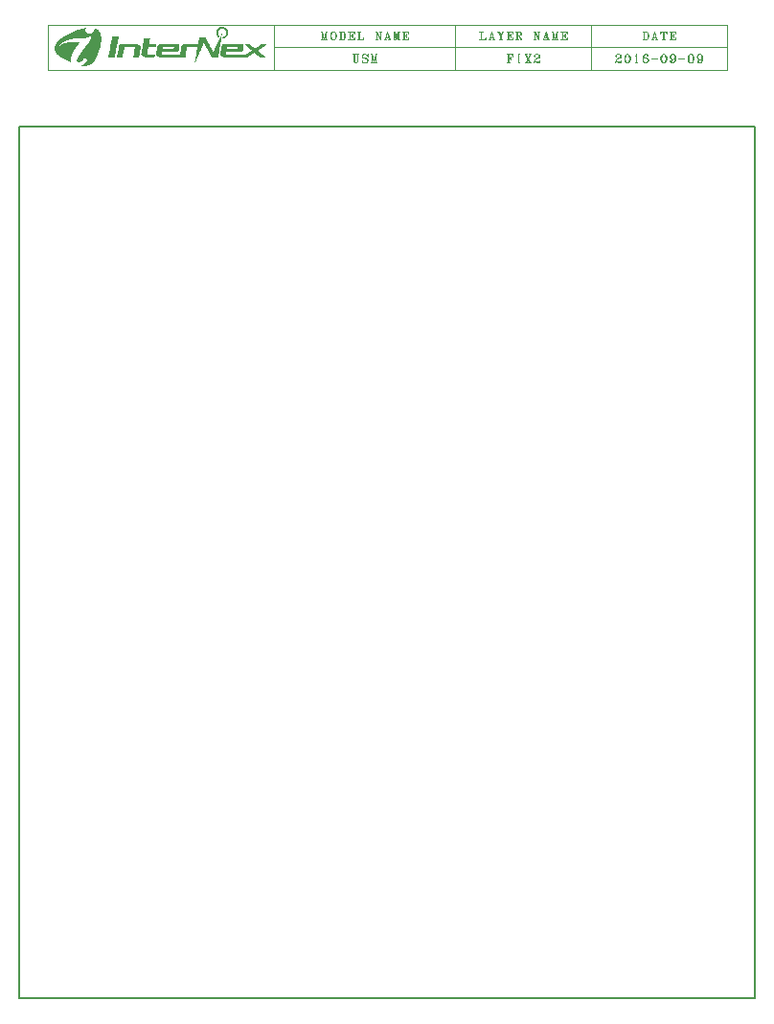
<source format=gbr>
%MOMM*%
%FSLAX33Y33*%
%ADD10C,0.200000*%
%ADD129C,0.080000*%
G90*G71*G01*D02*G54D10*X000000Y000000D02*X065000Y000000D01*X065000Y077000D01*
X000000Y077000D01*X000000Y000000D01*D02*G54D129*X022500Y086000D02*
X002500Y086000D01*X002500Y082000D01*X022500Y082000D01*X022500Y084000D02*
X062500Y084000D01*X038500Y086000D02*X038500Y082000D01*X022500Y086000D02*
X062500Y086000D01*X062500Y082000D02*X022500Y082000D01*X022500Y086000D02*
X022500Y082000D01*X062500Y086000D02*X062500Y082000D01*X050500Y086000D02*
X050500Y082000D01*X052676Y083255D02*X052676Y083218D01*X052713Y083218D01*
X052713Y083255D01*X052676Y083255D01*X052676Y083291D02*X052713Y083291D01*
X052749Y083255D01*X052749Y083218D01*X052713Y083182D01*X052676Y083182D01*
X052640Y083218D01*X052640Y083255D01*X052676Y083327D01*X052713Y083364D01*
X052822Y083388D01*X052973Y083388D01*X053082Y083364D01*X053118Y083327D01*
X053160Y083255D01*X053160Y083182D01*X053118Y083121D01*X053009Y083048D01*
X052822Y082976D01*X052749Y082939D01*X052676Y082867D01*X052640Y082770D01*
X052640Y082661D01*X053082Y083327D02*X053118Y083255D01*X053118Y083182D01*
X053082Y083121D01*X052973Y083388D02*X053046Y083364D01*X053082Y083255D01*
X053082Y083182D01*X053046Y083121D01*X052973Y083048D01*X052822Y082976D01*
X052640Y082733D02*X052676Y082770D01*X052749Y082770D01*X052931Y082733D01*
X053082Y082733D01*X053160Y082770D01*X052749Y082770D02*X052931Y082697D01*
X053082Y082697D01*X053118Y082733D01*X052749Y082770D02*X052931Y082661D01*
X053082Y082661D01*X053118Y082697D01*X053160Y082770D01*X053160Y082830D01*
X053658Y083388D02*X053549Y083364D01*X053476Y083255D01*X053440Y083085D01*
X053440Y082976D01*X053476Y082806D01*X053549Y082697D01*X053658Y082661D01*
X053736Y082661D01*X053846Y082697D01*X053918Y082806D01*X053960Y082976D01*
X053960Y083085D01*X053918Y083255D01*X053846Y083364D01*X053736Y083388D01*
X053658Y083388D01*X053549Y083327D02*X053513Y083255D01*X053476Y083121D01*
X053476Y082939D01*X053513Y082806D01*X053549Y082733D01*X053846Y082733D02*
X053882Y082806D01*X053918Y082939D01*X053918Y083121D01*X053882Y083255D01*
X053846Y083327D01*X053658Y083388D02*X053586Y083364D01*X053549Y083291D01*
X053513Y083121D01*X053513Y082939D01*X053549Y082770D01*X053586Y082697D01*
X053658Y082661D01*X053736Y082661D02*X053809Y082697D01*X053846Y082770D01*
X053882Y082939D01*X053882Y083121D01*X053846Y083291D01*X053809Y083364D01*
X053736Y083388D01*X054474Y083327D02*X054474Y082661D01*X054495Y083327D02*
X054495Y082697D01*X054510Y083388D02*X054510Y082661D01*X054510Y083388D02*
X054458Y083291D01*X054427Y083255D01*X054412Y082661D02*X054578Y082661D01*
X054474Y082697D02*X054443Y082661D01*X054474Y082733D02*X054458Y082661D01*
X054510Y082733D02*X054526Y082661D01*X054510Y082697D02*X054542Y082661D01*
X055446Y083291D02*X055446Y083255D01*X055482Y083255D01*X055482Y083291D01*
X055446Y083291D01*X055482Y083327D02*X055446Y083327D01*X055409Y083291D01*
X055409Y083255D01*X055446Y083218D01*X055482Y083218D01*X055518Y083255D01*
X055518Y083291D01*X055482Y083364D01*X055409Y083388D01*X055300Y083388D01*
X055186Y083364D01*X055113Y083291D01*X055076Y083218D01*X055040Y083085D01*
X055040Y082867D01*X055076Y082770D01*X055149Y082697D01*X055258Y082661D01*
X055336Y082661D01*X055446Y082697D01*X055518Y082770D01*X055560Y082867D01*
X055560Y082903D01*X055518Y083012D01*X055446Y083085D01*X055336Y083121D01*
X055258Y083121D01*X055186Y083085D01*X055149Y083048D01*X055113Y082976D01*
X055149Y083291D02*X055113Y083218D01*X055076Y083085D01*X055076Y082867D01*
X055113Y082770D01*X055149Y082733D01*X055482Y082770D02*X055518Y082830D01*
X055518Y082939D01*X055482Y083012D01*X055300Y083388D02*X055222Y083364D01*
X055186Y083327D01*X055149Y083255D01*X055113Y083121D01*X055113Y082867D01*
X055149Y082770D01*X055186Y082697D01*X055258Y082661D01*X055336Y082661D02*
X055409Y082697D01*X055446Y082733D01*X055482Y082830D01*X055482Y082939D01*
X055446Y083048D01*X055409Y083085D01*X055336Y083121D01*X055840Y083012D02*
X056360Y083012D01*X056360Y082976D01*X055840Y083012D02*X055840Y082976D01*
X056360Y082976D01*X056858Y083388D02*X056749Y083364D01*X056676Y083255D01*
X056640Y083085D01*X056640Y082976D01*X056676Y082806D01*X056749Y082697D01*
X056858Y082661D01*X056936Y082661D01*X057046Y082697D01*X057118Y082806D01*
X057160Y082976D01*X057160Y083085D01*X057118Y083255D01*X057046Y083364D01*
X056936Y083388D01*X056858Y083388D01*X056749Y083327D02*X056713Y083255D01*
X056676Y083121D01*X056676Y082939D01*X056713Y082806D01*X056749Y082733D01*
X057046Y082733D02*X057082Y082806D01*X057118Y082939D01*X057118Y083121D01*
X057082Y083255D01*X057046Y083327D01*X056858Y083388D02*X056786Y083364D01*
X056749Y083291D01*X056713Y083121D01*X056713Y082939D01*X056749Y082770D01*
X056786Y082697D01*X056858Y082661D01*X056936Y082661D02*X057009Y082697D01*
X057046Y082770D01*X057082Y082939D01*X057082Y083121D01*X057046Y083291D01*
X057009Y083364D01*X056936Y083388D01*X057513Y082806D02*X057513Y082770D01*
X057549Y082770D01*X057549Y082806D01*X057513Y082806D01*X057882Y083085D02*
X057846Y083012D01*X057809Y082976D01*X057736Y082939D01*X057658Y082939D01*
X057549Y082976D01*X057476Y083048D01*X057440Y083145D01*X057440Y083182D01*
X057476Y083291D01*X057549Y083364D01*X057658Y083388D01*X057736Y083388D01*
X057846Y083364D01*X057918Y083291D01*X057960Y083182D01*X057960Y082976D01*
X057918Y082830D01*X057882Y082770D01*X057809Y082697D01*X057695Y082661D01*
X057586Y082661D01*X057513Y082697D01*X057476Y082770D01*X057476Y082806D01*
X057513Y082830D01*X057549Y082830D01*X057586Y082806D01*X057586Y082770D01*
X057549Y082733D01*X057513Y082733D01*X057513Y083048D02*X057476Y083121D01*
X057476Y083218D01*X057513Y083291D01*X057846Y083327D02*X057882Y083291D01*
X057918Y083182D01*X057918Y082976D01*X057882Y082830D01*X057846Y082770D01*
X057658Y082939D02*X057586Y082976D01*X057549Y083012D01*X057513Y083121D01*
X057513Y083218D01*X057549Y083327D01*X057586Y083364D01*X057658Y083388D01*
X057736Y083388D02*X057809Y083364D01*X057846Y083291D01*X057882Y083182D01*
X057882Y082939D01*X057846Y082806D01*X057809Y082733D01*X057773Y082697D01*
X057695Y082661D01*X058240Y083012D02*X058760Y083012D01*X058760Y082976D01*
X058240Y083012D02*X058240Y082976D01*X058760Y082976D01*X059258Y083388D02*
X059149Y083364D01*X059076Y083255D01*X059040Y083085D01*X059040Y082976D01*
X059076Y082806D01*X059149Y082697D01*X059258Y082661D01*X059336Y082661D01*
X059446Y082697D01*X059518Y082806D01*X059560Y082976D01*X059560Y083085D01*
X059518Y083255D01*X059446Y083364D01*X059336Y083388D01*X059258Y083388D01*
X059149Y083327D02*X059113Y083255D01*X059076Y083121D01*X059076Y082939D01*
X059113Y082806D01*X059149Y082733D01*X059446Y082733D02*X059482Y082806D01*
X059518Y082939D01*X059518Y083121D01*X059482Y083255D01*X059446Y083327D01*
X059258Y083388D02*X059186Y083364D01*X059149Y083291D01*X059113Y083121D01*
X059113Y082939D01*X059149Y082770D01*X059186Y082697D01*X059258Y082661D01*
X059336Y082661D02*X059409Y082697D01*X059446Y082770D01*X059482Y082939D01*
X059482Y083121D01*X059446Y083291D01*X059409Y083364D01*X059336Y083388D01*
X059913Y082806D02*X059913Y082770D01*X059949Y082770D01*X059949Y082806D01*
X059913Y082806D01*X060282Y083085D02*X060246Y083012D01*X060209Y082976D01*
X060136Y082939D01*X060058Y082939D01*X059949Y082976D01*X059876Y083048D01*
X059840Y083145D01*X059840Y083182D01*X059876Y083291D01*X059949Y083364D01*
X060058Y083388D01*X060136Y083388D01*X060246Y083364D01*X060318Y083291D01*
X060360Y083182D01*X060360Y082976D01*X060318Y082830D01*X060282Y082770D01*
X060209Y082697D01*X060095Y082661D01*X059986Y082661D01*X059913Y082697D01*
X059876Y082770D01*X059876Y082806D01*X059913Y082830D01*X059949Y082830D01*
X059986Y082806D01*X059986Y082770D01*X059949Y082733D01*X059913Y082733D01*
X059913Y083048D02*X059876Y083121D01*X059876Y083218D01*X059913Y083291D01*
X060246Y083327D02*X060282Y083291D01*X060318Y083182D01*X060318Y082976D01*
X060282Y082830D01*X060246Y082770D01*X060058Y082939D02*X059986Y082976D01*
X059949Y083012D01*X059913Y083121D01*X059913Y083218D01*X059949Y083327D01*
X059986Y083364D01*X060058Y083388D01*X060136Y083388D02*X060209Y083364D01*
X060246Y083291D01*X060282Y083182D01*X060282Y082939D01*X060246Y082806D01*
X060209Y082733D01*X060173Y082697D01*X060095Y082661D01*X055128Y085388D02*
X055128Y084661D01*X055160Y085364D02*X055160Y084697D01*X055191Y085388D02*
X055191Y084661D01*X055040Y085388D02*X055342Y085388D01*X055435Y085364D01*
X055498Y085291D01*X055529Y085218D01*X055560Y085121D01*X055560Y084939D01*
X055529Y084830D01*X055498Y084770D01*X055435Y084697D01*X055342Y084661D01*
X055040Y084661D01*X055466Y085291D02*X055498Y085218D01*X055529Y085121D01*
X055529Y084939D01*X055498Y084830D01*X055466Y084770D01*X055342Y085388D02*
X055404Y085364D01*X055466Y085255D01*X055498Y085121D01*X055498Y084939D01*
X055466Y084806D01*X055404Y084697D01*X055342Y084661D01*X055066Y085388D02*
X055128Y085364D01*X055097Y085388D02*X055128Y085327D01*X055222Y085388D02*
X055191Y085327D01*X055253Y085388D02*X055191Y085364D01*X055128Y084697D02*
X055066Y084661D01*X055128Y084733D02*X055097Y084661D01*X055191Y084733D02*
X055222Y084661D01*X055191Y084697D02*X055253Y084661D01*X056100Y085388D02*
X055897Y084697D01*X056069Y085291D02*X056240Y084661D01*X056100Y085291D02*
X056272Y084661D01*X056100Y085388D02*X056298Y084661D01*X055954Y084867D02*
X056214Y084867D01*X055840Y084661D02*X056012Y084661D01*X056157Y084661D02*
X056360Y084661D01*X055897Y084697D02*X055866Y084661D01*X055897Y084697D02*
X055954Y084661D01*X056240Y084697D02*X056183Y084661D01*X056240Y084733D02*
X056214Y084661D01*X056272Y084733D02*X056329Y084661D01*X056640Y085388D02*
X056640Y085182D01*X056864Y085388D02*X056864Y084661D01*X056900Y085364D02*
X056900Y084697D01*X056931Y085388D02*X056931Y084661D01*X057160Y085388D02*
X057160Y085182D01*X056640Y085388D02*X057160Y085388D01*X056770Y084661D02*
X057025Y084661D01*X056671Y085388D02*X056640Y085182D01*X056702Y085388D02*
X056640Y085291D01*X056734Y085388D02*X056640Y085327D01*X056801Y085388D02*
X056640Y085364D01*X056994Y085388D02*X057160Y085364D01*X057061Y085388D02*
X057160Y085327D01*X057092Y085388D02*X057160Y085291D01*X057124Y085388D02*
X057160Y085182D01*X056864Y084697D02*X056801Y084661D01*X056864Y084733D02*
X056832Y084661D01*X056931Y084733D02*X056962Y084661D01*X056931Y084697D02*
X056994Y084661D01*X057534Y085388D02*X057534Y084661D01*X057565Y085364D02*
X057565Y084697D01*X057601Y085388D02*X057601Y084661D01*X057440Y085388D02*
X057960Y085388D01*X057960Y085182D01*X057601Y085048D02*X057794Y085048D01*
X057794Y085182D02*X057794Y084903D01*X057440Y084661D02*X057960Y084661D01*
X057960Y084867D01*X057471Y085388D02*X057534Y085364D01*X057502Y085388D02*
X057534Y085327D01*X057632Y085388D02*X057601Y085327D01*X057664Y085388D02*
X057601Y085364D01*X057794Y085388D02*X057960Y085364D01*X057861Y085388D02*
X057960Y085327D01*X057892Y085388D02*X057960Y085291D01*X057924Y085388D02*
X057960Y085182D01*X057794Y085182D02*X057762Y085048D01*X057794Y084903D01*
X057794Y085121D02*X057731Y085048D01*X057794Y084976D01*X057794Y085085D02*
X057664Y085048D01*X057794Y085012D01*X057534Y084697D02*X057471Y084661D01*
X057534Y084733D02*X057502Y084661D01*X057601Y084733D02*X057632Y084661D01*
X057601Y084697D02*X057664Y084661D01*X057794Y084661D02*X057960Y084697D01*
X057861Y084661D02*X057960Y084733D01*X057892Y084661D02*X057960Y084770D01*
X057924Y084661D02*X057960Y084867D01*X040744Y085388D02*X040744Y084661D01*
X040775Y085364D02*X040775Y084697D01*X040812Y085388D02*X040812Y084661D01*
X040640Y085388D02*X040916Y085388D01*X040640Y084661D02*X041160Y084661D01*
X041160Y084867D01*X040671Y085388D02*X040744Y085364D01*X040708Y085388D02*
X040744Y085327D01*X040848Y085388D02*X040812Y085327D01*X040879Y085388D02*
X040812Y085364D01*X040744Y084697D02*X040671Y084661D01*X040744Y084733D02*
X040708Y084661D01*X040812Y084733D02*X040848Y084661D01*X040812Y084697D02*
X040879Y084661D01*X040983Y084661D02*X041160Y084697D01*X041051Y084661D02*
X041160Y084733D01*X041087Y084661D02*X041160Y084770D01*X041124Y084661D02*
X041160Y084867D01*X041700Y085388D02*X041497Y084697D01*X041669Y085291D02*
X041840Y084661D01*X041700Y085291D02*X041872Y084661D01*X041700Y085388D02*
X041898Y084661D01*X041554Y084867D02*X041814Y084867D01*X041440Y084661D02*
X041612Y084661D01*X041757Y084661D02*X041960Y084661D01*X041497Y084697D02*
X041466Y084661D01*X041497Y084697D02*X041554Y084661D01*X041840Y084697D02*
X041783Y084661D01*X041840Y084733D02*X041814Y084661D01*X041872Y084733D02*
X041929Y084661D01*X042292Y085388D02*X042469Y085012D01*X042469Y084661D01*
X042318Y085388D02*X042495Y085012D01*X042495Y084697D01*X042339Y085388D02*
X042526Y085012D01*X042526Y084661D01*X042677Y085364D02*X042526Y085012D01*
X042240Y085388D02*X042422Y085388D01*X042599Y085388D02*X042760Y085388D01*
X042396Y084661D02*X042599Y084661D01*X042266Y085388D02*X042318Y085364D01*
X042396Y085388D02*X042339Y085364D01*X042630Y085388D02*X042677Y085364D01*
X042729Y085388D02*X042677Y085364D01*X042469Y084697D02*X042422Y084661D01*
X042469Y084733D02*X042443Y084661D01*X042526Y084733D02*X042547Y084661D01*
X042526Y084697D02*X042573Y084661D01*X043134Y085388D02*X043134Y084661D01*
X043165Y085364D02*X043165Y084697D01*X043201Y085388D02*X043201Y084661D01*
X043040Y085388D02*X043560Y085388D01*X043560Y085182D01*X043201Y085048D02*
X043394Y085048D01*X043394Y085182D02*X043394Y084903D01*X043040Y084661D02*
X043560Y084661D01*X043560Y084867D01*X043071Y085388D02*X043134Y085364D01*
X043102Y085388D02*X043134Y085327D01*X043232Y085388D02*X043201Y085327D01*
X043264Y085388D02*X043201Y085364D01*X043394Y085388D02*X043560Y085364D01*
X043461Y085388D02*X043560Y085327D01*X043492Y085388D02*X043560Y085291D01*
X043524Y085388D02*X043560Y085182D01*X043394Y085182D02*X043362Y085048D01*
X043394Y084903D01*X043394Y085121D02*X043331Y085048D01*X043394Y084976D01*
X043394Y085085D02*X043264Y085048D01*X043394Y085012D01*X043134Y084697D02*
X043071Y084661D01*X043134Y084733D02*X043102Y084661D01*X043201Y084733D02*
X043232Y084661D01*X043201Y084697D02*X043264Y084661D01*X043394Y084661D02*
X043560Y084697D01*X043461Y084661D02*X043560Y084733D01*X043492Y084661D02*
X043560Y084770D01*X043524Y084661D02*X043560Y084867D01*X043923Y085388D02*
X043923Y084661D01*X043954Y085364D02*X043954Y084697D01*X043980Y085388D02*
X043980Y084661D01*X043840Y085388D02*X044183Y085388D01*X044272Y085364D01*
X044298Y085327D01*X044329Y085255D01*X044329Y085182D01*X044298Y085121D01*
X044272Y085085D01*X044183Y085048D01*X043980Y085048D01*X044272Y085327D02*
X044298Y085255D01*X044298Y085182D01*X044272Y085121D01*X044183Y085388D02*
X044240Y085364D01*X044272Y085291D01*X044272Y085145D01*X044240Y085085D01*
X044183Y085048D01*X044095Y085048D02*X044157Y085012D01*X044183Y084939D01*
X044240Y084733D01*X044272Y084661D01*X044329Y084661D01*X044360Y084733D01*
X044360Y084806D01*X044240Y084806D02*X044272Y084733D01*X044298Y084697D01*
X044329Y084697D01*X044157Y085012D02*X044183Y084976D01*X044272Y084770D01*
X044298Y084733D01*X044329Y084733D01*X044360Y084770D01*X043840Y084661D02*
X044069Y084661D01*X043866Y085388D02*X043923Y085364D01*X043897Y085388D02*
X043923Y085327D01*X044012Y085388D02*X043980Y085327D01*X044038Y085388D02*
X043980Y085364D01*X043923Y084697D02*X043866Y084661D01*X043923Y084733D02*
X043897Y084661D01*X043980Y084733D02*X044012Y084661D01*X043980Y084697D02*
X044038Y084661D01*X045513Y085388D02*X045513Y084697D01*X045513Y085388D02*
X045877Y084661D01*X045544Y085388D02*X045851Y084770D01*X045565Y085388D02*
X045877Y084770D01*X045877Y085364D02*X045877Y084661D01*X045440Y085388D02*
X045565Y085388D01*X045804Y085388D02*X045960Y085388D01*X045440Y084661D02*
X045591Y084661D01*X045461Y085388D02*X045513Y085364D01*X045830Y085388D02*
X045877Y085364D01*X045934Y085388D02*X045877Y085364D01*X045513Y084697D02*
X045461Y084661D01*X045513Y084697D02*X045565Y084661D01*X046500Y085388D02*
X046297Y084697D01*X046469Y085291D02*X046640Y084661D01*X046500Y085291D02*
X046672Y084661D01*X046500Y085388D02*X046698Y084661D01*X046354Y084867D02*
X046614Y084867D01*X046240Y084661D02*X046412Y084661D01*X046557Y084661D02*
X046760Y084661D01*X046297Y084697D02*X046266Y084661D01*X046297Y084697D02*
X046354Y084661D01*X046640Y084697D02*X046583Y084661D01*X046640Y084733D02*
X046614Y084661D01*X046672Y084733D02*X046729Y084661D01*X047108Y085388D02*
X047108Y084697D01*X047108Y085388D02*X047274Y084661D01*X047134Y085388D02*
X047274Y084770D01*X047154Y085388D02*X047295Y084770D01*X047440Y085388D02*
X047274Y084661D01*X047440Y085388D02*X047440Y084661D01*X047461Y085364D02*
X047461Y084697D01*X047487Y085388D02*X047487Y084661D01*X047040Y085388D02*
X047154Y085388D01*X047440Y085388D02*X047560Y085388D01*X047040Y084661D02*
X047180Y084661D01*X047368Y084661D02*X047560Y084661D01*X047061Y085388D02*
X047108Y085364D01*X047508Y085388D02*X047487Y085327D01*X047534Y085388D02*
X047487Y085364D01*X047108Y084697D02*X047061Y084661D01*X047108Y084697D02*
X047154Y084661D01*X047440Y084697D02*X047394Y084661D01*X047440Y084733D02*
X047414Y084661D01*X047487Y084733D02*X047508Y084661D01*X047487Y084697D02*
X047534Y084661D01*X047934Y085388D02*X047934Y084661D01*X047965Y085364D02*
X047965Y084697D01*X048001Y085388D02*X048001Y084661D01*X047840Y085388D02*
X048360Y085388D01*X048360Y085182D01*X048001Y085048D02*X048194Y085048D01*
X048194Y085182D02*X048194Y084903D01*X047840Y084661D02*X048360Y084661D01*
X048360Y084867D01*X047871Y085388D02*X047934Y085364D01*X047902Y085388D02*
X047934Y085327D01*X048032Y085388D02*X048001Y085327D01*X048064Y085388D02*
X048001Y085364D01*X048194Y085388D02*X048360Y085364D01*X048261Y085388D02*
X048360Y085327D01*X048292Y085388D02*X048360Y085291D01*X048324Y085388D02*
X048360Y085182D01*X048194Y085182D02*X048162Y085048D01*X048194Y084903D01*
X048194Y085121D02*X048131Y085048D01*X048194Y084976D01*X048194Y085085D02*
X048064Y085048D01*X048194Y085012D01*X047934Y084697D02*X047871Y084661D01*
X047934Y084733D02*X047902Y084661D01*X048001Y084733D02*X048032Y084661D01*
X048001Y084697D02*X048064Y084661D01*X048194Y084661D02*X048360Y084697D01*
X048261Y084661D02*X048360Y084733D01*X048292Y084661D02*X048360Y084770D01*
X048324Y084661D02*X048360Y084867D01*X026708Y085388D02*X026708Y084697D01*
X026708Y085388D02*X026874Y084661D01*X026734Y085388D02*X026874Y084770D01*
X026754Y085388D02*X026895Y084770D01*X027040Y085388D02*X026874Y084661D01*
X027040Y085388D02*X027040Y084661D01*X027061Y085364D02*X027061Y084697D01*
X027087Y085388D02*X027087Y084661D01*X026640Y085388D02*X026754Y085388D01*
X027040Y085388D02*X027160Y085388D01*X026640Y084661D02*X026780Y084661D01*
X026968Y084661D02*X027160Y084661D01*X026661Y085388D02*X026708Y085364D01*
X027108Y085388D02*X027087Y085327D01*X027134Y085388D02*X027087Y085364D01*
X026708Y084697D02*X026661Y084661D01*X026708Y084697D02*X026754Y084661D01*
X027040Y084697D02*X026994Y084661D01*X027040Y084733D02*X027014Y084661D01*
X027087Y084733D02*X027108Y084661D01*X027087Y084697D02*X027134Y084661D01*
X027664Y085388D02*X027570Y085364D01*X027502Y085291D01*X027471Y085218D01*
X027440Y085085D01*X027440Y084976D01*X027471Y084830D01*X027502Y084770D01*
X027570Y084697D01*X027664Y084661D01*X027731Y084661D01*X027830Y084697D01*
X027892Y084770D01*X027924Y084830D01*X027960Y084976D01*X027960Y085085D01*
X027924Y085218D01*X027892Y085291D01*X027830Y085364D01*X027731Y085388D01*
X027664Y085388D01*X027534Y085291D02*X027502Y085218D01*X027471Y085121D01*
X027471Y084939D01*X027502Y084830D01*X027534Y084770D01*X027861Y084770D02*
X027892Y084830D01*X027924Y084939D01*X027924Y085121D01*X027892Y085218D01*
X027861Y085291D01*X027664Y085388D02*X027601Y085364D01*X027534Y085255D01*
X027502Y085121D01*X027502Y084939D01*X027534Y084806D01*X027601Y084697D01*
X027664Y084661D01*X027731Y084661D02*X027794Y084697D01*X027861Y084806D01*
X027892Y084939D01*X027892Y085121D01*X027861Y085255D01*X027794Y085364D01*
X027731Y085388D01*X028328Y085388D02*X028328Y084661D01*X028360Y085364D02*
X028360Y084697D01*X028391Y085388D02*X028391Y084661D01*X028240Y085388D02*
X028542Y085388D01*X028635Y085364D01*X028698Y085291D01*X028729Y085218D01*
X028760Y085121D01*X028760Y084939D01*X028729Y084830D01*X028698Y084770D01*
X028635Y084697D01*X028542Y084661D01*X028240Y084661D01*X028666Y085291D02*
X028698Y085218D01*X028729Y085121D01*X028729Y084939D01*X028698Y084830D01*
X028666Y084770D01*X028542Y085388D02*X028604Y085364D01*X028666Y085255D01*
X028698Y085121D01*X028698Y084939D01*X028666Y084806D01*X028604Y084697D01*
X028542Y084661D01*X028266Y085388D02*X028328Y085364D01*X028297Y085388D02*
X028328Y085327D01*X028422Y085388D02*X028391Y085327D01*X028453Y085388D02*
X028391Y085364D01*X028328Y084697D02*X028266Y084661D01*X028328Y084733D02*
X028297Y084661D01*X028391Y084733D02*X028422Y084661D01*X028391Y084697D02*
X028453Y084661D01*X029134Y085388D02*X029134Y084661D01*X029165Y085364D02*
X029165Y084697D01*X029201Y085388D02*X029201Y084661D01*X029040Y085388D02*
X029560Y085388D01*X029560Y085182D01*X029201Y085048D02*X029394Y085048D01*
X029394Y085182D02*X029394Y084903D01*X029040Y084661D02*X029560Y084661D01*
X029560Y084867D01*X029071Y085388D02*X029134Y085364D01*X029102Y085388D02*
X029134Y085327D01*X029232Y085388D02*X029201Y085327D01*X029264Y085388D02*
X029201Y085364D01*X029394Y085388D02*X029560Y085364D01*X029461Y085388D02*
X029560Y085327D01*X029492Y085388D02*X029560Y085291D01*X029524Y085388D02*
X029560Y085182D01*X029394Y085182D02*X029362Y085048D01*X029394Y084903D01*
X029394Y085121D02*X029331Y085048D01*X029394Y084976D01*X029394Y085085D02*
X029264Y085048D01*X029394Y085012D01*X029134Y084697D02*X029071Y084661D01*
X029134Y084733D02*X029102Y084661D01*X029201Y084733D02*X029232Y084661D01*
X029201Y084697D02*X029264Y084661D01*X029394Y084661D02*X029560Y084697D01*
X029461Y084661D02*X029560Y084733D01*X029492Y084661D02*X029560Y084770D01*
X029524Y084661D02*X029560Y084867D01*X029944Y085388D02*X029944Y084661D01*
X029975Y085364D02*X029975Y084697D01*X030012Y085388D02*X030012Y084661D01*
X029840Y085388D02*X030116Y085388D01*X029840Y084661D02*X030360Y084661D01*
X030360Y084867D01*X029871Y085388D02*X029944Y085364D01*X029908Y085388D02*
X029944Y085327D01*X030048Y085388D02*X030012Y085327D01*X030079Y085388D02*
X030012Y085364D01*X029944Y084697D02*X029871Y084661D01*X029944Y084733D02*
X029908Y084661D01*X030012Y084733D02*X030048Y084661D01*X030012Y084697D02*
X030079Y084661D01*X030183Y084661D02*X030360Y084697D01*X030251Y084661D02*
X030360Y084733D01*X030287Y084661D02*X030360Y084770D01*X030324Y084661D02*
X030360Y084867D01*X031513Y085388D02*X031513Y084697D01*X031513Y085388D02*
X031877Y084661D01*X031544Y085388D02*X031851Y084770D01*X031565Y085388D02*
X031877Y084770D01*X031877Y085364D02*X031877Y084661D01*X031440Y085388D02*
X031565Y085388D01*X031804Y085388D02*X031960Y085388D01*X031440Y084661D02*
X031591Y084661D01*X031461Y085388D02*X031513Y085364D01*X031830Y085388D02*
X031877Y085364D01*X031934Y085388D02*X031877Y085364D01*X031513Y084697D02*
X031461Y084661D01*X031513Y084697D02*X031565Y084661D01*X032500Y085388D02*
X032297Y084697D01*X032469Y085291D02*X032640Y084661D01*X032500Y085291D02*
X032672Y084661D01*X032500Y085388D02*X032698Y084661D01*X032354Y084867D02*
X032614Y084867D01*X032240Y084661D02*X032412Y084661D01*X032557Y084661D02*
X032760Y084661D01*X032297Y084697D02*X032266Y084661D01*X032297Y084697D02*
X032354Y084661D01*X032640Y084697D02*X032583Y084661D01*X032640Y084733D02*
X032614Y084661D01*X032672Y084733D02*X032729Y084661D01*X033108Y085388D02*
X033108Y084697D01*X033108Y085388D02*X033274Y084661D01*X033134Y085388D02*
X033274Y084770D01*X033154Y085388D02*X033295Y084770D01*X033440Y085388D02*
X033274Y084661D01*X033440Y085388D02*X033440Y084661D01*X033461Y085364D02*
X033461Y084697D01*X033487Y085388D02*X033487Y084661D01*X033040Y085388D02*
X033154Y085388D01*X033440Y085388D02*X033560Y085388D01*X033040Y084661D02*
X033180Y084661D01*X033368Y084661D02*X033560Y084661D01*X033061Y085388D02*
X033108Y085364D01*X033508Y085388D02*X033487Y085327D01*X033534Y085388D02*
X033487Y085364D01*X033108Y084697D02*X033061Y084661D01*X033108Y084697D02*
X033154Y084661D01*X033440Y084697D02*X033394Y084661D01*X033440Y084733D02*
X033414Y084661D01*X033487Y084733D02*X033508Y084661D01*X033487Y084697D02*
X033534Y084661D01*X033934Y085388D02*X033934Y084661D01*X033965Y085364D02*
X033965Y084697D01*X034001Y085388D02*X034001Y084661D01*X033840Y085388D02*
X034360Y085388D01*X034360Y085182D01*X034001Y085048D02*X034194Y085048D01*
X034194Y085182D02*X034194Y084903D01*X033840Y084661D02*X034360Y084661D01*
X034360Y084867D01*X033871Y085388D02*X033934Y085364D01*X033902Y085388D02*
X033934Y085327D01*X034032Y085388D02*X034001Y085327D01*X034064Y085388D02*
X034001Y085364D01*X034194Y085388D02*X034360Y085364D01*X034261Y085388D02*
X034360Y085327D01*X034292Y085388D02*X034360Y085291D01*X034324Y085388D02*
X034360Y085182D01*X034194Y085182D02*X034162Y085048D01*X034194Y084903D01*
X034194Y085121D02*X034131Y085048D01*X034194Y084976D01*X034194Y085085D02*
X034064Y085048D01*X034194Y085012D01*X033934Y084697D02*X033871Y084661D01*
X033934Y084733D02*X033902Y084661D01*X034001Y084733D02*X034032Y084661D01*
X034001Y084697D02*X034064Y084661D01*X034194Y084661D02*X034360Y084697D01*
X034261Y084661D02*X034360Y084733D01*X034292Y084661D02*X034360Y084770D01*
X034324Y084661D02*X034360Y084867D01*X029513Y083388D02*X029513Y082867D01*
X029539Y082770D01*X029591Y082697D01*X029674Y082661D01*X029721Y082661D01*
X029804Y082697D01*X029851Y082770D01*X029877Y082867D01*X029877Y083364D01*
X029539Y083364D02*X029539Y082830D01*X029570Y082770D01*X029570Y083388D02*
X029570Y082830D01*X029591Y082733D01*X029617Y082697D01*X029674Y082661D01*
X029440Y083388D02*X029643Y083388D01*X029804Y083388D02*X029960Y083388D01*
X029461Y083388D02*X029513Y083364D01*X029487Y083388D02*X029513Y083327D01*
X029591Y083388D02*X029570Y083327D01*X029617Y083388D02*X029570Y083364D01*
X029825Y083388D02*X029877Y083364D01*X029934Y083388D02*X029877Y083364D01*
X030718Y083291D02*X030760Y083388D01*X030760Y083182D01*X030718Y083291D01*
X030646Y083364D01*X030531Y083388D01*X030422Y083388D01*X030313Y083364D01*
X030240Y083291D01*X030240Y083182D01*X030276Y083121D01*X030386Y083048D01*
X030609Y082976D01*X030682Y082939D01*X030718Y082867D01*X030718Y082770D01*
X030682Y082697D01*X030276Y083182D02*X030313Y083121D01*X030386Y083085D01*
X030609Y083012D01*X030682Y082976D01*X030718Y082903D01*X030313Y083364D02*
X030276Y083291D01*X030276Y083218D01*X030313Y083145D01*X030386Y083121D01*
X030609Y083048D01*X030718Y082976D01*X030760Y082903D01*X030760Y082806D01*
X030718Y082733D01*X030682Y082697D01*X030573Y082661D01*X030458Y082661D01*
X030349Y082697D01*X030276Y082770D01*X030240Y082867D01*X030240Y082661D01*
X030276Y082770D01*X031108Y083388D02*X031108Y082697D01*X031108Y083388D02*
X031274Y082661D01*X031134Y083388D02*X031274Y082770D01*X031154Y083388D02*
X031295Y082770D01*X031440Y083388D02*X031274Y082661D01*X031440Y083388D02*
X031440Y082661D01*X031461Y083364D02*X031461Y082697D01*X031487Y083388D02*
X031487Y082661D01*X031040Y083388D02*X031154Y083388D01*X031440Y083388D02*
X031560Y083388D01*X031040Y082661D02*X031180Y082661D01*X031368Y082661D02*
X031560Y082661D01*X031061Y083388D02*X031108Y083364D01*X031508Y083388D02*
X031487Y083327D01*X031534Y083388D02*X031487Y083364D01*X031108Y082697D02*
X031061Y082661D01*X031108Y082697D02*X031154Y082661D01*X031440Y082697D02*
X031394Y082661D01*X031440Y082733D02*X031414Y082661D01*X031487Y082733D02*
X031508Y082661D01*X031487Y082697D02*X031534Y082661D01*X043134Y083388D02*
X043134Y082661D01*X043170Y083364D02*X043170Y082697D01*X043201Y083388D02*
X043201Y082661D01*X043040Y083388D02*X043560Y083388D01*X043560Y083182D01*
X043201Y083048D02*X043394Y083048D01*X043394Y083182D02*X043394Y082903D01*
X043040Y082661D02*X043300Y082661D01*X043071Y083388D02*X043134Y083364D01*
X043102Y083388D02*X043134Y083327D01*X043232Y083388D02*X043201Y083327D01*
X043264Y083388D02*X043201Y083364D01*X043394Y083388D02*X043560Y083364D01*
X043461Y083388D02*X043560Y083327D01*X043492Y083388D02*X043560Y083291D01*
X043524Y083388D02*X043560Y083182D01*X043394Y083182D02*X043362Y083048D01*
X043394Y082903D01*X043394Y083121D02*X043331Y083048D01*X043394Y082976D01*
X043394Y083085D02*X043264Y083048D01*X043394Y083012D01*X043134Y082697D02*
X043071Y082661D01*X043134Y082733D02*X043102Y082661D01*X043201Y082733D02*
X043232Y082661D01*X043201Y082697D02*X043264Y082661D01*X044079Y083388D02*
X044079Y082661D01*X044095Y083364D02*X044095Y082697D01*X044116Y083388D02*
X044116Y082661D01*X044032Y083388D02*X044162Y083388D01*X044032Y082661D02*
X044162Y082661D01*X044048Y083388D02*X044079Y083364D01*X044064Y083388D02*
X044079Y083327D01*X044131Y083388D02*X044116Y083327D01*X044147Y083388D02*
X044116Y083364D01*X044079Y082697D02*X044048Y082661D01*X044079Y082733D02*
X044064Y082661D01*X044116Y082733D02*X044131Y082661D01*X044116Y082697D02*
X044147Y082661D01*X044697Y083388D02*X045040Y082661D01*X044723Y083388D02*
X045072Y082661D01*X044754Y083388D02*X045098Y082661D01*X045072Y083364D02*
X044723Y082697D01*X044640Y083388D02*X044838Y083388D01*X044983Y083388D02*
X045160Y083388D01*X044640Y082661D02*X044812Y082661D01*X044957Y082661D02*
X045160Y082661D01*X044666Y083388D02*X044754Y083327D01*X044780Y083388D02*
X044754Y083327D01*X044812Y083388D02*X044754Y083364D01*X045014Y083388D02*
X045072Y083364D01*X045129Y083388D02*X045072Y083364D01*X044723Y082697D02*
X044666Y082661D01*X044723Y082697D02*X044780Y082661D01*X045040Y082697D02*
X044983Y082661D01*X045040Y082733D02*X045014Y082661D01*X045040Y082733D02*
X045129Y082661D01*X045476Y083255D02*X045476Y083218D01*X045513Y083218D01*
X045513Y083255D01*X045476Y083255D01*X045476Y083291D02*X045513Y083291D01*
X045549Y083255D01*X045549Y083218D01*X045513Y083182D01*X045476Y083182D01*
X045440Y083218D01*X045440Y083255D01*X045476Y083327D01*X045513Y083364D01*
X045622Y083388D01*X045773Y083388D01*X045882Y083364D01*X045918Y083327D01*
X045960Y083255D01*X045960Y083182D01*X045918Y083121D01*X045809Y083048D01*
X045622Y082976D01*X045549Y082939D01*X045476Y082867D01*X045440Y082770D01*
X045440Y082661D01*X045882Y083327D02*X045918Y083255D01*X045918Y083182D01*
X045882Y083121D01*X045773Y083388D02*X045846Y083364D01*X045882Y083255D01*
X045882Y083182D01*X045846Y083121D01*X045773Y083048D01*X045622Y082976D01*
X045440Y082733D02*X045476Y082770D01*X045549Y082770D01*X045731Y082733D01*
X045882Y082733D01*X045960Y082770D01*X045549Y082770D02*X045731Y082697D01*
X045882Y082697D01*X045918Y082733D01*X045549Y082770D02*X045731Y082661D01*
X045882Y082661D01*X045918Y082697D01*X045960Y082770D01*X045960Y082830D01*
X000000Y000000D02*
G36*X019888Y084259D02*X019888Y084283D01*X020333Y084283D01*X020333Y084259D01*
X020357Y084259D01*X020357Y084234D01*X020407Y084234D01*X020407Y084209D01*
X020432Y084209D01*X020432Y084184D01*X020456Y084184D01*X020456Y084160D01*
X020481Y084160D01*X020481Y084135D01*X020506Y084135D01*X020506Y084110D01*
X020530Y084110D01*X020530Y084086D01*X020555Y084086D01*X020555Y084061D01*
X020580Y084061D01*X020580Y084036D01*X020604Y084036D01*X020604Y084012D01*
X020654Y084012D01*X020654Y083987D01*X020678Y083987D01*X020678Y083962D01*
X020703Y083962D01*X020703Y083938D01*X020728Y083938D01*X020728Y083913D01*
X020752Y083913D01*X020752Y083888D01*X020802Y083888D01*X020802Y083913D01*
X020851Y083913D01*X020851Y083938D01*X020901Y083938D01*X020901Y083962D01*
X020925Y083962D01*X020925Y083987D01*X020975Y083987D01*X020975Y084012D01*
X020999Y084012D01*X020999Y084036D01*X021049Y084036D01*X021049Y084061D01*
X021098Y084061D01*X021098Y084086D01*X021123Y084086D01*X021123Y084110D01*
X021172Y084110D01*X021172Y084135D01*X021197Y084135D01*X021197Y084160D01*
X021246Y084160D01*X021246Y084184D01*X021271Y084184D01*X021271Y084209D01*
X021320Y084209D01*X021320Y084234D01*X021345Y084234D01*X021345Y084259D01*
X021394Y084259D01*X021394Y084283D01*X021913Y084283D01*X021913Y084259D01*
X021863Y084259D01*X021863Y084234D01*X021839Y084234D01*X021839Y084209D01*
X021789Y084209D01*X021789Y084184D01*X021765Y084184D01*X021765Y084160D01*
X021715Y084160D01*X021715Y084135D01*X021691Y084135D01*X021691Y084110D01*
X021641Y084110D01*X021641Y084086D01*X021617Y084086D01*X021617Y084061D01*
X021567Y084061D01*X021567Y084036D01*X021543Y084036D01*X021543Y084012D01*
X021493Y084012D01*X021493Y083987D01*X021468Y083987D01*X021468Y083962D01*
X021419Y083962D01*X021419Y083938D01*X021394Y083938D01*X021394Y083913D01*
X021345Y083913D01*X021345Y083888D01*X021320Y083888D01*X021320Y083864D01*
X021271Y083864D01*X021271Y083839D01*X021246Y083839D01*X021246Y083814D01*
X021197Y083814D01*X021197Y083789D01*X021172Y083789D01*X021172Y083765D01*
X021123Y083765D01*X021123Y083740D01*X021098Y083740D01*X021098Y083715D01*
X021049Y083715D01*X021049Y083666D01*X020506Y083666D01*X020506Y083740D01*
X020481Y083740D01*X020481Y083765D01*X020432Y083765D01*X020432Y083789D01*
X020407Y083789D01*X020407Y083814D01*X020382Y083814D01*X020382Y083839D01*
X020357Y083839D01*X020357Y083864D01*X020333Y083864D01*X020333Y083888D01*
X020308Y083888D01*X020308Y083913D01*X020283Y083913D01*X020283Y083938D01*
X020259Y083938D01*X020259Y083962D01*X020209Y083962D01*X020209Y083987D01*
X020185Y083987D01*X020185Y084012D01*X020160Y084012D01*X020160Y084036D01*
X020135Y084036D01*X020135Y084061D01*X020111Y084061D01*X020111Y084086D01*
X020086Y084086D01*X020086Y084110D01*X020061Y084110D01*X020061Y084135D01*
X020012Y084135D01*X020012Y084160D01*X019987Y084160D01*X019987Y084184D01*
X019962Y084184D01*X019962Y084209D01*X019938Y084209D01*X019938Y084234D01*
X019913Y084234D01*X019913Y084259D01*X019888Y084259D01*G37*G36*X019962Y083320D02*
X019962Y083345D01*X020012Y083345D01*X020012Y083370D01*X020037Y083370D01*
X020037Y083394D01*X020086Y083394D01*X020086Y083419D01*X020135Y083419D01*
X020135Y083444D01*X020160Y083444D01*X020160Y083469D01*X020209Y083469D01*
X020209Y083493D01*X020234Y083493D01*X020234Y083518D01*X020259Y083518D01*
X020259Y083543D01*X020308Y083543D01*X020308Y083567D01*X020357Y083567D01*
X020357Y083592D01*X020382Y083592D01*X020382Y083617D01*X020432Y083617D01*
X020432Y083641D01*X020456Y083641D01*X020456Y083666D01*X021073Y083666D01*
X021073Y083641D01*X021098Y083641D01*X021098Y083617D01*X021148Y083617D01*
X021148Y083592D01*X021172Y083592D01*X021172Y083567D01*X021197Y083567D01*
X021197Y083543D01*X021222Y083543D01*X021222Y083518D01*X021271Y083518D01*
X021271Y083493D01*X021296Y083493D01*X021296Y083469D01*X021320Y083469D01*
X021320Y083444D01*X021345Y083444D01*X021345Y083419D01*X021394Y083419D01*
X021394Y083394D01*X021419Y083394D01*X021419Y083370D01*X021444Y083370D01*
X021444Y083345D01*X021468Y083345D01*X021468Y083320D01*X021518Y083320D01*
X021518Y083296D01*X021543Y083296D01*X021543Y083271D01*X021567Y083271D01*
X021567Y083246D01*X021592Y083246D01*X021592Y083222D01*X021617Y083222D01*
X021617Y083197D01*X021666Y083197D01*X021666Y083172D01*X021691Y083172D01*
X021691Y083148D01*X021715Y083148D01*X021715Y083123D01*X021740Y083123D01*
X021740Y083098D01*X021222Y083098D01*X021222Y083123D01*X021172Y083123D01*
X021172Y083148D01*X021148Y083148D01*X021148Y083172D01*X021123Y083172D01*
X021123Y083197D01*X021098Y083197D01*X021098Y083222D01*X021073Y083222D01*
X021073Y083246D01*X021049Y083246D01*X021049Y083271D01*X020999Y083271D01*
X020999Y083296D01*X020975Y083296D01*X020975Y083320D01*X020950Y083320D01*
X020950Y083345D01*X020925Y083345D01*X020925Y083370D01*X020901Y083370D01*
X020901Y083394D01*X020876Y083394D01*X020876Y083419D01*X020827Y083419D01*
X020827Y083444D01*X020802Y083444D01*X020802Y083469D01*X020777Y083469D01*
X020777Y083493D01*X020728Y083493D01*X020728Y083469D01*X020678Y083469D01*
X020678Y083444D01*X020654Y083444D01*X020654Y083419D01*X020604Y083419D01*
X020604Y083394D01*X020555Y083394D01*X020555Y083370D01*X020530Y083370D01*
X020530Y083345D01*X020481Y083345D01*X020481Y083320D01*X019962Y083320D01*G37*G36*
X017938Y084802D02*X017963Y084802D01*X017963Y084777D01*X018012Y084777D01*
X018012Y084752D01*X018061Y084752D01*X018061Y084777D01*X018111Y084777D01*
X018111Y084802D01*X018160Y084802D01*X018160Y084826D01*X018210Y084826D01*
X018210Y084851D01*X018234Y084851D01*X018234Y084876D01*X018259Y084876D01*
X018259Y084900D01*X018284Y084900D01*X018284Y084925D01*X018308Y084925D01*
X018308Y084950D01*X018333Y084950D01*X018333Y084999D01*X018358Y084999D01*
X018358Y085024D01*X018382Y085024D01*X018382Y085073D01*X018407Y085073D01*
X018407Y085172D01*X018432Y085172D01*X018432Y085370D01*X018407Y085370D01*
X018407Y085444D01*X018234Y085444D01*X018234Y085394D01*X018259Y085394D01*
X018259Y085147D01*X018234Y085147D01*X018234Y085098D01*X018210Y085098D01*
X018210Y085049D01*X018185Y085049D01*X018185Y085024D01*X018160Y085024D01*
X018160Y084999D01*X018135Y084999D01*X018135Y084975D01*X018086Y084975D01*
X018086Y084950D01*X018037Y084950D01*X018037Y084925D01*X017987Y084925D01*
X017987Y084900D01*X017963Y084900D01*X017963Y084876D01*X017938Y084876D01*
X017938Y084802D01*G37*G36*X017420Y085468D02*X017617Y085468D01*X017617Y085493D01*
X017642Y085493D01*X017642Y085542D01*X017666Y085542D01*X017666Y085567D01*
X017716Y085567D01*X017716Y085592D01*X017765Y085592D01*X017765Y085616D01*
X017864Y085616D01*X017864Y085641D01*X017963Y085641D01*X017963Y085616D01*
X018061Y085616D01*X018061Y085592D01*X018086Y085592D01*X018086Y085567D01*
X018135Y085567D01*X018135Y085542D01*X018160Y085542D01*X018160Y085518D01*
X018185Y085518D01*X018185Y085493D01*X018210Y085493D01*X018210Y085444D01*
X018407Y085444D01*X018407Y085468D01*X018382Y085468D01*X018382Y085518D01*
X018358Y085518D01*X018358Y085567D01*X018333Y085567D01*X018333Y085592D01*
X018308Y085592D01*X018308Y085616D01*X018284Y085616D01*X018284Y085641D01*
X018259Y085641D01*X018259Y085666D01*X018234Y085666D01*X018234Y085691D01*
X018210Y085691D01*X018210Y085715D01*X018160Y085715D01*X018160Y085740D01*
X018111Y085740D01*X018111Y085765D01*X018037Y085765D01*X018037Y085789D01*
X017765Y085789D01*X017765Y085765D01*X017691Y085765D01*X017691Y085740D01*
X017642Y085740D01*X017642Y085715D01*X017617Y085715D01*X017617Y085691D01*
X017568Y085691D01*X017568Y085666D01*X017543Y085666D01*X017543Y085641D01*
X017518Y085641D01*X017518Y085616D01*X017494Y085616D01*X017494Y085567D01*
X017469Y085567D01*X017469Y085542D01*X017444Y085542D01*X017444Y085493D01*
X017420Y085493D01*X017420Y085468D01*G37*G36*X017370Y085221D02*X017395Y085221D01*
X017395Y085123D01*X017420Y085123D01*X017420Y085049D01*X017444Y085049D01*
X017444Y084999D01*X017469Y084999D01*X017469Y084975D01*X017494Y084975D01*
X017494Y084925D01*X017518Y084925D01*X017518Y084900D01*X017568Y084900D01*
X017568Y084876D01*X017666Y084876D01*X017666Y084900D01*X017691Y084900D01*
X017691Y084999D01*X017666Y084999D01*X017666Y085024D01*X017642Y085024D01*
X017642Y085049D01*X017617Y085049D01*X017617Y085073D01*X017592Y085073D01*
X017592Y085123D01*X017568Y085123D01*X017568Y085197D01*X017543Y085197D01*
X017543Y085345D01*X017568Y085345D01*X017568Y085419D01*X017592Y085419D01*
X017592Y085468D01*X017420Y085468D01*X017420Y085444D01*X017395Y085444D01*
X017395Y085320D01*X017370Y085320D01*X017370Y085221D01*G37*G36*X016457Y084036D02*
X016481Y084036D01*X016481Y083987D01*X016506Y083987D01*X016506Y083962D01*
X016531Y083962D01*X016531Y083913D01*X016555Y083913D01*X016555Y083864D01*
X016580Y083864D01*X016580Y083814D01*X016605Y083814D01*X016605Y083765D01*
X016629Y083765D01*X016629Y083715D01*X016654Y083715D01*X016654Y083691D01*
X016679Y083691D01*X016679Y083641D01*X016704Y083641D01*X016704Y083592D01*
X016728Y083592D01*X016728Y083543D01*X016753Y083543D01*X016753Y083493D01*
X016778Y083493D01*X016778Y083444D01*X016802Y083444D01*X016802Y083419D01*
X016827Y083419D01*X016827Y083370D01*X016852Y083370D01*X016852Y083320D01*
X016876Y083320D01*X016876Y083271D01*X016901Y083271D01*X016901Y083222D01*
X016926Y083222D01*X016926Y083197D01*X016950Y083197D01*X016950Y083148D01*
X016975Y083148D01*X016975Y083098D01*X017543Y083098D01*X017543Y083172D01*
X017568Y083172D01*X017568Y083320D01*X017592Y083320D01*X017592Y083444D01*
X017617Y083444D01*X017617Y083592D01*X017642Y083592D01*X017642Y083740D01*
X017666Y083740D01*X017666Y083864D01*X017691Y083864D01*X017691Y084012D01*
X017716Y084012D01*X017716Y084135D01*X017740Y084135D01*X017740Y084283D01*
X017765Y084283D01*X017765Y084431D01*X017790Y084431D01*X017790Y084580D01*
X017815Y084580D01*X017815Y084703D01*X017839Y084703D01*X017839Y084851D01*
X017864Y084851D01*X017864Y084999D01*X017889Y084999D01*X017889Y085123D01*
X017913Y085123D01*X017913Y085221D01*X017889Y085221D01*X017889Y085172D01*
X017864Y085172D01*X017864Y085098D01*X017839Y085098D01*X017839Y085049D01*
X017815Y085049D01*X017815Y084999D01*X017790Y084999D01*X017790Y084950D01*
X017765Y084950D01*X017765Y084900D01*X017740Y084900D01*X017740Y084851D01*
X017716Y084851D01*X017716Y084802D01*X017691Y084802D01*X017691Y084752D01*
X017666Y084752D01*X017666Y084703D01*X017642Y084703D01*X017642Y084654D01*
X017617Y084654D01*X017617Y084604D01*X017592Y084604D01*X017592Y084530D01*
X017568Y084530D01*X017568Y084481D01*X017543Y084481D01*X017543Y084431D01*
X017518Y084431D01*X017518Y084382D01*X017494Y084382D01*X017494Y084333D01*
X017469Y084333D01*X017469Y084283D01*X017444Y084283D01*X017444Y084234D01*
X017420Y084234D01*X017420Y084184D01*X017395Y084184D01*X017395Y084135D01*
X017370Y084135D01*X017370Y084086D01*X017345Y084086D01*X017345Y084036D01*
X017321Y084036D01*X017321Y083962D01*X017296Y083962D01*X017296Y083913D01*
X017271Y083913D01*X017271Y083864D01*X017247Y083864D01*X017247Y083814D01*
X017222Y083814D01*X017222Y083765D01*X017197Y083765D01*X017197Y083715D01*
X017173Y083715D01*X017173Y083666D01*X017148Y083666D01*X017148Y083617D01*
X017099Y083617D01*X017099Y083641D01*X017074Y083641D01*X017074Y083691D01*
X017049Y083691D01*X017049Y083740D01*X017024Y083740D01*X017024Y083789D01*
X017000Y083789D01*X017000Y083839D01*X016975Y083839D01*X016975Y083864D01*
X016950Y083864D01*X016950Y083913D01*X016926Y083913D01*X016926Y083962D01*
X016901Y083962D01*X016901Y084012D01*X016876Y084012D01*X016876Y084061D01*
X016457Y084061D01*X016457Y084036D01*G37*G36*X015765Y084283D02*X015765Y084308D01*
X015790Y084308D01*X015790Y084456D01*X015815Y084456D01*X015815Y084604D01*
X015839Y084604D01*X015839Y084752D01*X015864Y084752D01*X015864Y084851D01*
X016432Y084851D01*X016432Y084826D01*X016457Y084826D01*X016457Y084777D01*
X016481Y084777D01*X016481Y084728D01*X016506Y084728D01*X016506Y084678D01*
X016531Y084678D01*X016531Y084654D01*X016555Y084654D01*X016555Y084604D01*
X016580Y084604D01*X016580Y084555D01*X016605Y084555D01*X016605Y084505D01*
X016629Y084505D01*X016629Y084456D01*X016654Y084456D01*X016654Y084407D01*
X016679Y084407D01*X016679Y084382D01*X016704Y084382D01*X016704Y084333D01*
X016728Y084333D01*X016728Y084283D01*X016753Y084283D01*X016753Y084234D01*
X016778Y084234D01*X016778Y084184D01*X016802Y084184D01*X016802Y084135D01*
X016827Y084135D01*X016827Y084110D01*X016852Y084110D01*X016852Y084061D01*
X016457Y084061D01*X016457Y084086D01*X016432Y084086D01*X016432Y084135D01*
X016407Y084135D01*X016407Y084184D01*X016383Y084184D01*X016383Y084234D01*
X016358Y084234D01*X016358Y084259D01*X016333Y084259D01*X016333Y084308D01*
X016309Y084308D01*X016309Y084357D01*X016284Y084357D01*X016284Y084333D01*
X016259Y084333D01*X016259Y084283D01*X015765Y084283D01*G37*G36*X015469Y082620D02*
X015469Y082644D01*X015494Y082644D01*X015494Y082620D01*X015469Y082620D01*G37*G36*
X014161Y083320D02*X014161Y083370D01*X014185Y083370D01*X014185Y083493D01*
X014210Y083493D01*X014210Y083617D01*X014235Y083617D01*X014235Y083740D01*
X014259Y083740D01*X014259Y083864D01*X014284Y083864D01*X014284Y083987D01*
X014309Y083987D01*X014309Y084110D01*X014333Y084110D01*X014333Y084160D01*
X014358Y084160D01*X014358Y084184D01*X014383Y084184D01*X014383Y084209D01*
X014407Y084209D01*X014407Y084234D01*X014457Y084234D01*X014457Y084259D01*
X014556Y084259D01*X014556Y084283D01*X016234Y084283D01*X016234Y084234D01*
X016210Y084234D01*X016210Y084160D01*X016185Y084160D01*X016185Y084110D01*
X016160Y084110D01*X016160Y084061D01*X016136Y084061D01*X016136Y084012D01*
X016111Y084012D01*X016111Y083938D01*X016086Y083938D01*X016086Y083888D01*
X016062Y083888D01*X016062Y083839D01*X016037Y083839D01*X016037Y083789D01*
X016012Y083789D01*X016012Y083715D01*X015988Y083715D01*X015988Y083666D01*
X015963Y083666D01*X015963Y083617D01*X015938Y083617D01*X015938Y083567D01*
X015913Y083567D01*X015913Y083518D01*X015889Y083518D01*X015889Y083444D01*
X015864Y083444D01*X015864Y083394D01*X015839Y083394D01*X015839Y083345D01*
X015815Y083345D01*X015815Y083296D01*X015790Y083296D01*X015790Y083222D01*
X015765Y083222D01*X015765Y083172D01*X015741Y083172D01*X015741Y083123D01*
X015716Y083123D01*X015716Y083073D01*X015691Y083073D01*X015691Y082999D01*
X015667Y082999D01*X015667Y082950D01*X015642Y082950D01*X015642Y082901D01*
X015617Y082901D01*X015617Y082851D01*X015593Y082851D01*X015593Y082777D01*
X015568Y082777D01*X015568Y082728D01*X015543Y082728D01*X015543Y082678D01*
X015518Y082678D01*X015518Y082629D01*X015494Y082629D01*X015494Y082728D01*
X015518Y082728D01*X015518Y082876D01*X015543Y082876D01*X015543Y083024D01*
X015568Y083024D01*X015568Y083148D01*X015593Y083148D01*X015593Y083296D01*
X015617Y083296D01*X015617Y083444D01*X015642Y083444D01*X015642Y083592D01*
X015667Y083592D01*X015667Y083740D01*X015691Y083740D01*X015691Y083888D01*
X015716Y083888D01*X015716Y084012D01*X015741Y084012D01*X015741Y084061D01*
X014901Y084061D01*X014901Y084036D01*X014852Y084036D01*X014852Y084012D01*
X014827Y084012D01*X014827Y083987D01*X014802Y083987D01*X014802Y083888D01*
X014778Y083888D01*X014778Y083765D01*X014753Y083765D01*X014753Y083641D01*
X014728Y083641D01*X014728Y083518D01*X014704Y083518D01*X014704Y083394D01*
X014679Y083394D01*X014679Y083320D01*X014161Y083320D01*G37*G36*X012062Y083271D02*
X012062Y083419D01*X012087Y083419D01*X012087Y083567D01*X012111Y083567D01*
X012111Y083592D01*X012605Y083592D01*X012605Y083493D01*X012581Y083493D01*
X012581Y083370D01*X012630Y083370D01*X012630Y083345D01*X012704Y083345D01*
X012704Y083320D01*X014679Y083320D01*X014679Y083271D01*X014654Y083271D01*
X014654Y083123D01*X014630Y083123D01*X014630Y083098D01*X012506Y083098D01*
X012506Y083123D01*X012309Y083123D01*X012309Y083148D01*X012235Y083148D01*
X012235Y083172D01*X012161Y083172D01*X012161Y083197D01*X012136Y083197D01*
X012136Y083222D01*X012111Y083222D01*X012111Y083246D01*X012087Y083246D01*
X012087Y083271D01*X012062Y083271D01*
G37*G36*X012111Y083592D02*X012111Y083691D01*
X012136Y083691D01*X012136Y083814D01*X012161Y083814D01*X012161Y083962D01*
X012185Y083962D01*X012185Y084086D01*X012210Y084086D01*X012210Y084160D01*
X012235Y084160D01*X012235Y084184D01*X012260Y084184D01*X012260Y084209D01*
X012284Y084209D01*X012284Y084234D01*X012334Y084234D01*X012334Y084259D01*
X012432Y084259D01*X012432Y084283D01*X014037Y084283D01*X014037Y084259D01*
X014087Y084259D01*X014087Y084234D01*X014111Y084234D01*X014111Y084209D01*
X014136Y084209D01*X014136Y083938D01*X014111Y083938D01*X014111Y083814D01*
X013617Y083814D01*X013617Y083913D01*X013642Y083913D01*X013642Y084036D01*
X013617Y084036D01*X013617Y084061D01*X012778Y084061D01*X012778Y084036D01*
X012729Y084036D01*X012729Y084012D01*X012704Y084012D01*X012704Y083987D01*
X012679Y083987D01*X012679Y083913D01*X012655Y083913D01*X012655Y083839D01*
X012630Y083839D01*X012630Y083814D01*X014111Y083814D01*X014111Y083765D01*
X014087Y083765D01*X014087Y083691D01*X014062Y083691D01*X014062Y083641D01*
X014012Y083641D01*X014012Y083617D01*X013988Y083617D01*X013988Y083592D01*
X012111Y083592D01*G37*G36*X010754Y083320D02*X010754Y083469D01*X010778Y083469D01*
X010778Y083592D01*X010803Y083592D01*X010803Y083740D01*X010828Y083740D01*
X010828Y083864D01*X010852Y083864D01*X010852Y083987D01*X010877Y083987D01*
X010877Y084135D01*X010902Y084135D01*X010902Y084259D01*X010926Y084259D01*
X010926Y084382D01*X010951Y084382D01*X010951Y084530D01*X010976Y084530D01*
X010976Y084654D01*X011000Y084654D01*X011000Y084752D01*X011544Y084752D01*
X011544Y084728D01*X011519Y084728D01*X011519Y084604D01*X011494Y084604D01*
X011494Y084505D01*X011470Y084505D01*X011470Y084382D01*X011445Y084382D01*
X011445Y084283D01*X012087Y084283D01*X012087Y084234D01*X012062Y084234D01*
X012062Y084086D01*X012037Y084086D01*X012037Y084061D01*X011395Y084061D01*
X011395Y083987D01*X011371Y083987D01*X011371Y083888D01*X011346Y083888D01*
X011346Y083765D01*X011321Y083765D01*X011321Y083641D01*X011297Y083641D01*
X011297Y083543D01*X011272Y083543D01*X011272Y083370D01*X011297Y083370D01*
X011297Y083345D01*X011346Y083345D01*X011346Y083320D01*X011963Y083320D01*
X011963Y083172D01*X011939Y083172D01*X011939Y083098D01*X011321Y083098D01*
X011321Y083123D01*X011050Y083123D01*X011050Y083148D01*X010976Y083148D01*
X010976Y083172D01*X010902Y083172D01*X010902Y083197D01*X010877Y083197D01*
X010877Y083222D01*X010828Y083222D01*X010828Y083246D01*X010803Y083246D01*
X010803Y083271D01*X010778Y083271D01*X010778Y083320D01*X010754Y083320D01*G37*G36*
X008606Y083123D02*X008606Y083197D01*X008630Y083197D01*X008630Y083320D01*
X008655Y083320D01*X008655Y083444D01*X008680Y083444D01*X008680Y083592D01*
X008704Y083592D01*X008704Y083691D01*X008729Y083691D01*X008729Y083839D01*
X008754Y083839D01*X008754Y083962D01*X008778Y083962D01*X008778Y084086D01*
X008803Y084086D01*X008803Y084184D01*X008828Y084184D01*X008828Y084283D01*
X010260Y084283D01*X010260Y084259D01*X010408Y084259D01*X010408Y084234D01*
X010482Y084234D01*X010482Y084209D01*X010556Y084209D01*X010556Y084184D01*
X010605Y084184D01*X010605Y084160D01*X010630Y084160D01*X010630Y084135D01*
X010679Y084135D01*X010679Y084086D01*X010704Y084086D01*X010704Y083913D01*
X010679Y083913D01*X010679Y083765D01*X010655Y083765D01*X010655Y083592D01*
X010630Y083592D01*X010630Y083444D01*X010605Y083444D01*X010605Y083296D01*
X010581Y083296D01*X010581Y083123D01*X010038Y083123D01*X010038Y083172D01*
X010062Y083172D01*X010062Y083296D01*X010087Y083296D01*X010087Y083469D01*
X010112Y083469D01*X010112Y083592D01*X010136Y083592D01*X010136Y083740D01*
X010161Y083740D01*X010161Y083864D01*X010186Y083864D01*X010186Y084012D01*
X010161Y084012D01*X010161Y084036D01*X010112Y084036D01*X010112Y084061D01*
X009297Y084061D01*X009297Y084036D01*X009272Y084036D01*X009272Y083888D01*
X009248Y083888D01*X009248Y083765D01*X009223Y083765D01*X009223Y083641D01*
X009198Y083641D01*X009198Y083493D01*X009173Y083493D01*X009173Y083394D01*
X009149Y083394D01*X009149Y083246D01*X009124Y083246D01*X009124Y083123D01*
X008606Y083123D01*G37*G36*X007840Y083098D02*X008408Y083098D01*X008408Y083148D01*
X008433Y083148D01*X008433Y083271D01*X008457Y083271D01*X008457Y083394D01*
X008482Y083394D01*X008482Y083518D01*X008507Y083518D01*X008507Y083641D01*
X008532Y083641D01*X008532Y083789D01*X008556Y083789D01*X008556Y083913D01*
X008581Y083913D01*X008581Y084036D01*X008606Y084036D01*X008606Y084160D01*
X008630Y084160D01*X008630Y084283D01*X008655Y084283D01*X008655Y084407D01*
X008680Y084407D01*X008680Y084555D01*X008704Y084555D01*X008704Y084678D01*
X008729Y084678D01*X008729Y084802D01*X008754Y084802D01*X008754Y084925D01*
X008778Y084925D01*X008778Y084975D01*X008186Y084975D01*X008186Y084974D01*
X008186Y084876D01*X008161Y084876D01*X008161Y084752D01*X008137Y084752D01*
X008137Y084629D01*X008112Y084629D01*X008112Y084481D01*X008087Y084481D01*
X008087Y084357D01*X008062Y084357D01*X008062Y084234D01*X008038Y084234D01*
X008038Y084110D01*X008013Y084110D01*X008013Y083987D01*X007988Y083987D01*
X007988Y083839D01*X007964Y083839D01*X007964Y083715D01*X007939Y083715D01*
X007939Y083592D01*X007914Y083592D01*X007914Y083469D01*X007890Y083469D01*
X007890Y083345D01*X007865Y083345D01*X007865Y083197D01*X007840Y083197D01*
X007840Y083098D01*G37*G36*X003100Y083731D02*X003125Y083731D01*X003125Y083657D01*
X003149Y083657D01*X003149Y083607D01*X003174Y083607D01*X003174Y083558D01*
X003199Y083558D01*X003199Y083508D01*X003224Y083508D01*X003224Y083484D01*
X003248Y083484D01*X003248Y083434D01*X003273Y083434D01*X003273Y083410D01*
X003298Y083410D01*X003298Y083385D01*X003322Y083385D01*X003322Y083360D01*
X003347Y083360D01*X003347Y083336D01*X003372Y083336D01*X003372Y083311D01*
X003396Y083311D01*X003396Y083286D01*X003446Y083286D01*X003446Y083262D01*
X003470Y083262D01*X003470Y083237D01*X003495Y083237D01*X003495Y083212D01*
X003544Y083212D01*X003544Y083188D01*X003569Y083188D01*X003569Y083163D01*
X003618Y083163D01*X003618Y083138D01*X003643Y083138D01*X003643Y083114D01*
X003692Y083114D01*X003692Y083089D01*X003717Y083089D01*X003717Y083064D01*
X003767Y083064D01*X003767Y083039D01*X003816Y083039D01*X003816Y083015D01*
X003866Y083015D01*X003866Y082990D01*X003914Y082990D01*X003914Y082965D01*
X003964Y082965D01*X003964Y082940D01*X004013Y082940D01*X004013Y082916D01*
X004062Y082916D01*X004062Y082891D01*X004112Y082891D01*X004112Y082866D01*
X004162Y082866D01*X004162Y082842D01*X004235Y082842D01*X004235Y082817D01*
X004260Y082817D01*X004260Y082792D01*X004335Y082792D01*X004335Y082768D01*
X004384Y082768D01*X004384Y082743D01*X004433Y082743D01*X004433Y082718D01*
X004482Y082718D01*X004482Y082694D01*X004532Y082694D01*X004532Y082743D01*
X004508Y082743D01*X004508Y083016D01*X004532Y083016D01*X004532Y083113D01*
X004556Y083113D01*X004556Y083188D01*X004582Y083188D01*X004582Y083262D01*
X004606Y083262D01*X004606Y083311D01*X004632Y083311D01*X004632Y083385D01*
X004656Y083385D01*X004656Y083434D01*X004680Y083434D01*X004680Y083459D01*
X004706Y083459D01*X004706Y083509D01*X004730Y083509D01*X004730Y083558D01*
X004754Y083558D01*X004754Y083607D01*X004779Y083607D01*X004779Y083657D01*
X004804Y083657D01*X004804Y083682D01*X004828Y083682D01*X004828Y083731D01*
X004852Y083731D01*X004852Y083756D01*X004878Y083756D01*X004878Y083804D01*
X004902Y083804D01*X004902Y083830D01*X004927Y083830D01*X004927Y083879D01*
X004952Y083879D01*X004952Y083904D01*X004976Y083904D01*X004976Y083953D01*
X005000Y083953D01*X005000Y084002D01*X005025Y084002D01*X005025Y084027D01*
X005051Y084027D01*X005051Y084076D01*X005075Y084076D01*X005075Y084101D01*
X005100Y084101D01*X005100Y084150D01*X005125Y084150D01*X005125Y084175D01*
X005150Y084175D01*X005150Y084224D01*X005174Y084224D01*X005174Y084274D01*
X005198Y084274D01*X005198Y084298D01*X005224Y084298D01*X005224Y084348D01*
X005248Y084348D01*X005248Y084398D01*X005273Y084398D01*X005273Y084446D01*
X005298Y084446D01*X005298Y084472D01*X004606Y084472D01*X004606Y084447D01*
X004581Y084447D01*X004581Y084471D01*X004557Y084471D01*X004557Y084446D01*
X004360Y084446D01*X004360Y084422D01*X004188Y084422D01*X004188Y084398D01*
X004088Y084398D01*X004088Y084373D01*X003988Y084373D01*X003988Y084348D01*
X003915Y084348D01*X003915Y084323D01*X003866Y084323D01*X003866Y084300D01*
X003790Y084300D01*X003790Y084273D01*X003742Y084273D01*X003742Y084249D01*
X003692Y084249D01*X003692Y084224D01*X003667Y084224D01*X003667Y084200D01*
X003618Y084200D01*X003618Y084175D01*X003592Y084175D01*X003592Y084150D01*
X003569Y084150D01*X003569Y084126D01*X003544Y084126D01*X003544Y084102D01*
X003520Y084102D01*X003520Y084076D01*X003495Y084076D01*X003495Y084125D01*
X003520Y084125D01*X003520Y084150D01*X003545Y084150D01*X003545Y084200D01*
X003569Y084200D01*X003569Y084224D01*X003593Y084224D01*X003593Y084250D01*
X003618Y084250D01*X003618Y084274D01*X003644Y084274D01*X003644Y084298D01*
X003668Y084298D01*X003668Y084324D01*X003693Y084324D01*X003693Y084347D01*
X003742Y084347D01*X003742Y084372D01*X003767Y084372D01*X003767Y084397D01*
X003791Y084397D01*X003791Y084421D01*X003841Y084421D01*X003841Y084446D01*
X003866Y084446D01*X003866Y084471D01*X003915Y084471D01*X003915Y084496D01*
X003964Y084496D01*X003964Y084521D01*X004014Y084521D01*X004014Y084545D01*
X004088Y084545D01*X004088Y084570D01*X004137Y084570D01*X004137Y084595D01*
X004211Y084595D01*X004211Y084620D01*X004286Y084620D01*X004286Y084644D01*
X004360Y084644D01*X004360Y084669D01*X004458Y084669D01*X004458Y084693D01*
X004557Y084693D01*X004557Y084718D01*X004680Y084718D01*X004680Y084743D01*
X004828Y084743D01*X004828Y084767D01*X005050Y084767D01*X005050Y084792D01*
X005693Y084792D01*X005693Y084817D01*X005889Y084817D01*X005889Y084841D01*
X005989Y084841D01*X005989Y084866D01*X006063Y084866D01*X006063Y084891D01*
X006138Y084891D01*X006138Y084916D01*X006285Y084916D01*X006285Y084891D01*
X006310Y084891D01*X006310Y084866D01*X006334Y084866D01*X006334Y084792D01*
X006310Y084792D01*X006310Y084718D01*X006285Y084718D01*X006285Y084669D01*
X006260Y084669D01*X006260Y084619D01*X006235Y084619D01*X006235Y084595D01*
X006211Y084595D01*X006211Y084546D01*X006186Y084546D01*X006186Y084521D01*
X006161Y084521D01*X006161Y084472D01*X006136Y084472D01*X006136Y084447D01*
X006112Y084447D01*X006112Y084398D01*X006088Y084398D01*X006088Y084372D01*
X006062Y084372D01*X006062Y084323D01*X006038Y084323D01*X006038Y084299D01*
X006013Y084299D01*X006013Y084274D01*X005989Y084274D01*X005989Y084249D01*
X005964Y084249D01*X005964Y084200D01*X005939Y084200D01*X005939Y084176D01*
X005915Y084176D01*X005915Y084151D01*X005890Y084151D01*X005890Y084101D01*
X005865Y084101D01*X005865Y084077D01*X005840Y084077D01*X005840Y084052D01*
X005816Y084052D01*X005816Y084002D01*X005791Y084002D01*X005791Y083978D01*
X005766Y083978D01*X005766Y083953D01*X005742Y083953D01*X005742Y083928D01*
X005717Y083928D01*X005717Y083879D01*X005692Y083879D01*X005692Y083854D01*
X005668Y083854D01*X005668Y083829D01*X005643Y083829D01*X005643Y083805D01*
X005618Y083805D01*X005618Y083755D01*X005594Y083755D01*X005594Y083731D01*
X005569Y083731D01*X005569Y083706D01*X005544Y083706D01*X005544Y083657D01*
X005520Y083657D01*X005520Y083632D01*X005495Y083632D01*X005495Y083608D01*
X005470Y083608D01*X005470Y083558D01*X005445Y083558D01*X005445Y083533D01*
X005421Y083533D01*X005421Y083508D01*X005396Y083508D01*X005396Y083459D01*
X005371Y083459D01*X005371Y083434D01*X005346Y083434D01*X005346Y083385D01*
X005322Y083385D01*X005322Y083360D01*X005297Y083360D01*X005297Y083311D01*
X005273Y083311D01*X005273Y083286D01*X005248Y083286D01*X005248Y083237D01*
X005223Y083237D01*X005223Y083188D01*X005199Y083188D01*X005199Y083138D01*
X005174Y083138D01*X005174Y083089D01*X005150Y083089D01*X005150Y083040D01*
X005125Y083040D01*X005125Y082990D01*X005100Y082990D01*X005100Y082916D01*
X005075Y082916D01*X005075Y082743D01*X005100Y082743D01*X005100Y082694D01*
X005125Y082694D01*X005125Y082669D01*X005346Y082669D01*X005346Y082694D01*
X005421Y082694D01*X005421Y082719D01*X005470Y082719D01*X005470Y082742D01*
X005495Y082742D01*X005495Y082769D01*X005520Y082769D01*X005520Y082793D01*
X005544Y082793D01*X005544Y082817D01*X005570Y082817D01*X005570Y082842D01*
X005594Y082842D01*X005594Y082866D01*X005619Y082866D01*X005619Y082916D01*
X005643Y082916D01*X005643Y082941D01*X005668Y082941D01*X005668Y082966D01*
X005716Y082966D01*X005716Y082990D01*X005766Y082990D01*X005766Y083014D01*
X005865Y083014D01*X005865Y082990D01*X005914Y082990D01*X005914Y082940D01*
X005939Y082940D01*X005939Y082744D01*X005915Y082744D01*X005915Y082694D01*
X005890Y082694D01*X005890Y082669D01*X005865Y082669D01*X005865Y082645D01*
X005840Y082645D01*X005840Y082620D01*X005815Y082620D01*X005815Y082595D01*
X005791Y082595D01*X005791Y082570D01*X005766Y082570D01*X005766Y082546D01*
X005717Y082546D01*X005717Y082520D01*X005692Y082520D01*X005692Y082496D01*
X005643Y082496D01*X005643Y082471D01*X005594Y082471D01*X005594Y082447D01*
X005519Y082447D01*X005519Y082422D01*X005446Y082422D01*X005446Y082398D01*
X005347Y082398D01*X005347Y082373D01*X005445Y082373D01*X005445Y082347D01*
X005618Y082347D01*X005618Y082324D01*X005840Y082324D01*X005840Y082348D01*
X006014Y082348D01*X006014Y082372D01*X006087Y082372D01*X006087Y082398D01*
X006162Y082398D01*X006162Y082422D01*X006211Y082422D01*X006211Y082447D01*
X006260Y082447D01*X006260Y082472D01*X006285Y082472D01*X006285Y082497D01*
X006334Y082497D01*X006334Y082520D01*X006359Y082520D01*X006359Y082546D01*
X006409Y082546D01*X006409Y082570D01*X006432Y082570D01*X006432Y082595D01*
X006458Y082595D01*X006458Y082619D01*X006483Y082619D01*X006483Y082644D01*
X006507Y082644D01*X006507Y082669D01*X006532Y082669D01*X006532Y082693D01*
X006557Y082693D01*X006557Y082718D01*X006581Y082718D01*X006581Y082768D01*
X006606Y082768D01*X006606Y082793D01*X006631Y082793D01*X006631Y082817D01*
X006655Y082817D01*X006655Y082866D01*X006680Y082866D01*X006680Y082916D01*
X006705Y082916D01*X006705Y082965D01*X006729Y082965D01*X006729Y082990D01*
X006754Y082990D01*X006754Y083064D01*X006778Y083064D01*X006778Y083114D01*
X006803Y083114D01*X006803Y083163D01*X006828Y083163D01*X006828Y083212D01*
X006852Y083212D01*X006852Y083286D01*X006878Y083286D01*X006878Y083336D01*
X006902Y083336D01*X006902Y083409D01*X006927Y083409D01*X006927Y083482D01*
X006952Y083482D01*X006952Y083532D01*X006976Y083532D01*X006976Y083608D01*
X007001Y083608D01*X007001Y083682D01*X007025Y083682D01*X007025Y083730D01*
X007050Y083730D01*X007050Y083805D01*X007075Y083805D01*X007075Y083879D01*
X007100Y083879D01*X007100Y083978D01*X007124Y083978D01*X007124Y084052D01*
X007148Y084052D01*X007148Y084151D01*X007174Y084151D01*X007174Y084274D01*
X007199Y084274D01*X007199Y084421D01*X007223Y084421D01*X007223Y084966D01*
X007198Y084966D01*X007198Y085064D01*X007174Y085064D01*X007174Y085162D01*
X007149Y085162D01*X007149Y085211D01*X007124Y085211D01*X007124Y085286D01*
X007100Y085286D01*X007100Y085311D01*X007075Y085311D01*X007075Y085360D01*
X007050Y085360D01*X007050Y085385D01*X007026Y085385D01*X007026Y085410D01*
X007001Y085410D01*X007001Y085459D01*X006976Y085459D01*X006976Y085484D01*
X006951Y085484D01*X006951Y085508D01*X006901Y085508D01*X006901Y085533D01*
X006876Y085533D01*X006876Y085557D01*X006853Y085557D01*X006853Y085582D01*
X006805Y085582D01*X006805Y085607D01*X006755Y085607D01*X006755Y085631D01*
X006681Y085631D01*X006681Y085657D01*X006630Y085657D01*X006630Y085533D01*
X006605Y085533D01*X006605Y085484D01*X006581Y085484D01*X006581Y085434D01*
X006556Y085434D01*X006556Y085384D01*X006532Y085384D01*X006532Y085361D01*
X006507Y085361D01*X006507Y085336D01*X006482Y085336D01*X006482Y085310D01*
X006458Y085310D01*X006458Y085286D01*X006434Y085286D01*X006434Y085261D01*
X006384Y085261D01*X006384Y085236D01*X006334Y085236D01*X006334Y085212D01*
X006236Y085212D01*X006236Y085187D01*X006062Y085187D01*X006062Y085212D01*
X005988Y085212D01*X005988Y085236D01*X005939Y085236D01*X005939Y085262D01*
X005915Y085262D01*X005915Y085286D01*X005890Y085286D01*X005890Y085311D01*
X005865Y085311D01*X005865Y085336D01*X005841Y085336D01*X005841Y085385D01*
X005816Y085385D01*X005816Y085582D01*X005840Y085582D01*X005840Y085632D01*
X005866Y085632D01*X005866Y085681D01*X005717Y085681D01*X005717Y085656D01*
X005594Y085656D01*X005594Y085632D01*X005495Y085632D01*X005495Y085607D01*
X005396Y085607D01*X005396Y085582D01*X005322Y085582D01*X005322Y085558D01*
X005223Y085558D01*X005223Y085533D01*X005149Y085533D01*X005149Y085508D01*
X005075Y085508D01*X005075Y085484D01*X005026Y085484D01*X005026Y085459D01*
X004952Y085459D01*X004952Y085434D01*X004902Y085434D01*X004902Y085410D01*
X004828Y085410D01*X004828Y085385D01*X004779Y085385D01*X004779Y085360D01*
X004730Y085360D01*X004730Y085336D01*X004680Y085336D01*X004680Y085311D01*
X004630Y085311D01*X004630Y085286D01*X004557Y085286D01*X004557Y085261D01*
X004507Y085261D01*X004507Y085237D01*X004458Y085237D01*X004458Y085212D01*
X004433Y085212D01*X004433Y085187D01*X004384Y085187D01*X004384Y085163D01*
X004334Y085163D01*X004334Y085138D01*X004285Y085138D01*X004285Y085113D01*
X004236Y085113D01*X004236Y085089D01*X004186Y085089D01*X004186Y085064D01*
X004162Y085064D01*X004162Y085039D01*X004112Y085039D01*X004112Y085015D01*
X004063Y085015D01*X004063Y084990D01*X004013Y084990D01*X004013Y084965D01*
X003989Y084965D01*X003989Y084940D01*X003939Y084940D01*X003939Y084916D01*
X003890Y084916D01*X003890Y084891D01*X003865Y084891D01*X003865Y084866D01*
X003816Y084866D01*X003816Y084842D01*X003791Y084842D01*X003791Y084817D01*
X003742Y084817D01*X003742Y084792D01*X003692Y084792D01*X003692Y084768D01*
X003668Y084768D01*X003668Y084743D01*X003618Y084743D01*X003618Y084718D01*
X003594Y084718D01*X003594Y084694D01*X003569Y084694D01*X003569Y084669D01*
X003520Y084669D01*X003520Y084644D01*X003495Y084644D01*X003495Y084620D01*
X003470Y084620D01*X003470Y084595D01*X003446Y084595D01*X003446Y084570D01*
X003421Y084570D01*X003421Y084546D01*X003396Y084546D01*X003396Y084521D01*
X003372Y084521D01*X003372Y084496D01*X003347Y084496D01*X003347Y084471D01*
X003322Y084471D01*X003322Y084447D01*X003298Y084447D01*X003298Y084398D01*
X003273Y084398D01*X003273Y084373D01*X003248Y084373D01*X003248Y084323D01*
X003223Y084323D01*X003223Y084298D01*X003199Y084298D01*X003199Y084249D01*
X003174Y084249D01*X003174Y084200D01*X003149Y084200D01*X003149Y084126D01*
X003125Y084126D01*X003125Y084027D01*X003100Y084027D01*X003100Y083731D01*G37*G36*
X017765Y083567D02*X017765Y083666D01*X017790Y083666D01*X017790Y083789D01*
X017815Y083789D01*X017815Y083913D01*X017839Y083913D01*X017839Y084036D01*
X017864Y084036D01*X017864Y084135D01*X017889Y084135D01*X017889Y084184D01*
X017913Y084184D01*X017913Y084209D01*X017938Y084209D01*X017938Y084234D01*
X017987Y084234D01*X017987Y084259D01*X018086Y084259D01*X018086Y084283D01*
X019691Y084283D01*X019691Y084259D01*X019740Y084259D01*X019740Y084234D01*
X019790Y084234D01*X019790Y084184D01*X019814Y084184D01*X019814Y084012D01*
X019790Y084012D01*X019790Y083839D01*X019765Y083839D01*X019765Y083814D01*
X019271Y083814D01*X019271Y083888D01*X019296Y083888D01*X019296Y084036D01*
X019271Y084036D01*X019271Y084061D01*X018456Y084061D01*X018456Y084036D01*
X018407Y084036D01*X018407Y084012D01*X018382Y084012D01*X018382Y083987D01*
X018358Y083987D01*X018358Y083962D01*X018333Y083962D01*X018333Y083888D01*
X018308Y083888D01*X018308Y083814D01*X019765Y083814D01*X019765Y083765D01*
X019765Y083715D01*X019740Y083715D01*X019740Y083666D01*X019716Y083666D01*
X019716Y083641D01*X019691Y083641D01*X019691Y083617D01*X019641Y083617D01*
X019641Y083592D01*X019543Y083592D01*X019543Y083567D01*X017765Y083567D01*G37*G36*
X017716Y083296D02*X017716Y083394D01*X017740Y083394D01*X017740Y083543D01*
X017765Y083543D01*X017765Y083567D01*X018259Y083567D01*X018259Y083493D01*
X018259Y083444D01*X018234Y083444D01*X018234Y083394D01*X018259Y083394D01*
X018259Y083370D01*X018308Y083370D01*X018308Y083345D01*X018382Y083345D01*
X018382Y083320D01*X020456Y083320D01*X020456Y083296D01*X020407Y083296D01*
X020407Y083271D01*X020382Y083271D01*X020382Y083246D01*X020333Y083246D01*
X020333Y083222D01*X020308Y083222D01*X020308Y083197D01*X020259Y083197D01*
X020259Y083172D01*X020234Y083172D01*X020234Y083148D01*X020185Y083148D01*
X020185Y083123D01*X020160Y083123D01*X020160Y083098D01*X018135Y083098D01*
X018135Y083123D01*X017963Y083123D01*X017963Y083148D01*X017889Y083148D01*
X017889Y083172D01*X017815Y083172D01*X017815Y083197D01*X017790Y083197D01*
X017790Y083222D01*X017765Y083222D01*X017765Y083246D01*X017740Y083246D01*
X017740Y083296D01*X017716Y083296D01*G37*X000000Y000000D02*M02*

</source>
